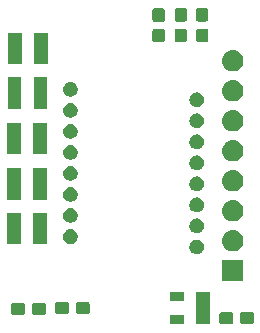
<source format=gbr>
G04 #@! TF.GenerationSoftware,KiCad,Pcbnew,5.1.4-e60b266~84~ubuntu18.04.1*
G04 #@! TF.CreationDate,2019-09-04T17:21:52+01:00*
G04 #@! TF.ProjectId,optical_sensor_daughter_board,6f707469-6361-46c5-9f73-656e736f725f,rev?*
G04 #@! TF.SameCoordinates,Original*
G04 #@! TF.FileFunction,Soldermask,Top*
G04 #@! TF.FilePolarity,Negative*
%FSLAX46Y46*%
G04 Gerber Fmt 4.6, Leading zero omitted, Abs format (unit mm)*
G04 Created by KiCad (PCBNEW 5.1.4-e60b266~84~ubuntu18.04.1) date 2019-09-04 17:21:52*
%MOMM*%
%LPD*%
G04 APERTURE LIST*
%ADD10C,0.100000*%
G04 APERTURE END LIST*
D10*
G36*
X145564499Y-109528445D02*
G01*
X145601995Y-109539820D01*
X145636554Y-109558292D01*
X145666847Y-109583153D01*
X145691708Y-109613446D01*
X145710180Y-109648005D01*
X145721555Y-109685501D01*
X145726000Y-109730638D01*
X145726000Y-110369362D01*
X145721555Y-110414499D01*
X145710180Y-110451995D01*
X145691708Y-110486554D01*
X145666847Y-110516847D01*
X145636554Y-110541708D01*
X145601995Y-110560180D01*
X145564499Y-110571555D01*
X145519362Y-110576000D01*
X144780638Y-110576000D01*
X144735501Y-110571555D01*
X144698005Y-110560180D01*
X144663446Y-110541708D01*
X144633153Y-110516847D01*
X144608292Y-110486554D01*
X144589820Y-110451995D01*
X144578445Y-110414499D01*
X144574000Y-110369362D01*
X144574000Y-109730638D01*
X144578445Y-109685501D01*
X144589820Y-109648005D01*
X144608292Y-109613446D01*
X144633153Y-109583153D01*
X144663446Y-109558292D01*
X144698005Y-109539820D01*
X144735501Y-109528445D01*
X144780638Y-109524000D01*
X145519362Y-109524000D01*
X145564499Y-109528445D01*
X145564499Y-109528445D01*
G37*
G36*
X143814499Y-109528445D02*
G01*
X143851995Y-109539820D01*
X143886554Y-109558292D01*
X143916847Y-109583153D01*
X143941708Y-109613446D01*
X143960180Y-109648005D01*
X143971555Y-109685501D01*
X143976000Y-109730638D01*
X143976000Y-110369362D01*
X143971555Y-110414499D01*
X143960180Y-110451995D01*
X143941708Y-110486554D01*
X143916847Y-110516847D01*
X143886554Y-110541708D01*
X143851995Y-110560180D01*
X143814499Y-110571555D01*
X143769362Y-110576000D01*
X143030638Y-110576000D01*
X142985501Y-110571555D01*
X142948005Y-110560180D01*
X142913446Y-110541708D01*
X142883153Y-110516847D01*
X142858292Y-110486554D01*
X142839820Y-110451995D01*
X142828445Y-110414499D01*
X142824000Y-110369362D01*
X142824000Y-109730638D01*
X142828445Y-109685501D01*
X142839820Y-109648005D01*
X142858292Y-109613446D01*
X142883153Y-109583153D01*
X142913446Y-109558292D01*
X142948005Y-109539820D01*
X142985501Y-109528445D01*
X143030638Y-109524000D01*
X143769362Y-109524000D01*
X143814499Y-109528445D01*
X143814499Y-109528445D01*
G37*
G36*
X139831000Y-110501000D02*
G01*
X138669000Y-110501000D01*
X138669000Y-109749000D01*
X139831000Y-109749000D01*
X139831000Y-110501000D01*
X139831000Y-110501000D01*
G37*
G36*
X142031000Y-110501000D02*
G01*
X140869000Y-110501000D01*
X140869000Y-107849000D01*
X142031000Y-107849000D01*
X142031000Y-110501000D01*
X142031000Y-110501000D01*
G37*
G36*
X127939499Y-108728445D02*
G01*
X127976995Y-108739820D01*
X128011554Y-108758292D01*
X128041847Y-108783153D01*
X128066708Y-108813446D01*
X128085180Y-108848005D01*
X128096555Y-108885501D01*
X128101000Y-108930638D01*
X128101000Y-109569362D01*
X128096555Y-109614499D01*
X128085180Y-109651995D01*
X128066708Y-109686554D01*
X128041847Y-109716847D01*
X128011554Y-109741708D01*
X127976995Y-109760180D01*
X127939499Y-109771555D01*
X127894362Y-109776000D01*
X127155638Y-109776000D01*
X127110501Y-109771555D01*
X127073005Y-109760180D01*
X127038446Y-109741708D01*
X127008153Y-109716847D01*
X126983292Y-109686554D01*
X126964820Y-109651995D01*
X126953445Y-109614499D01*
X126949000Y-109569362D01*
X126949000Y-108930638D01*
X126953445Y-108885501D01*
X126964820Y-108848005D01*
X126983292Y-108813446D01*
X127008153Y-108783153D01*
X127038446Y-108758292D01*
X127073005Y-108739820D01*
X127110501Y-108728445D01*
X127155638Y-108724000D01*
X127894362Y-108724000D01*
X127939499Y-108728445D01*
X127939499Y-108728445D01*
G37*
G36*
X126189499Y-108728445D02*
G01*
X126226995Y-108739820D01*
X126261554Y-108758292D01*
X126291847Y-108783153D01*
X126316708Y-108813446D01*
X126335180Y-108848005D01*
X126346555Y-108885501D01*
X126351000Y-108930638D01*
X126351000Y-109569362D01*
X126346555Y-109614499D01*
X126335180Y-109651995D01*
X126316708Y-109686554D01*
X126291847Y-109716847D01*
X126261554Y-109741708D01*
X126226995Y-109760180D01*
X126189499Y-109771555D01*
X126144362Y-109776000D01*
X125405638Y-109776000D01*
X125360501Y-109771555D01*
X125323005Y-109760180D01*
X125288446Y-109741708D01*
X125258153Y-109716847D01*
X125233292Y-109686554D01*
X125214820Y-109651995D01*
X125203445Y-109614499D01*
X125199000Y-109569362D01*
X125199000Y-108930638D01*
X125203445Y-108885501D01*
X125214820Y-108848005D01*
X125233292Y-108813446D01*
X125258153Y-108783153D01*
X125288446Y-108758292D01*
X125323005Y-108739820D01*
X125360501Y-108728445D01*
X125405638Y-108724000D01*
X126144362Y-108724000D01*
X126189499Y-108728445D01*
X126189499Y-108728445D01*
G37*
G36*
X131664499Y-108653445D02*
G01*
X131701995Y-108664820D01*
X131736554Y-108683292D01*
X131766847Y-108708153D01*
X131791708Y-108738446D01*
X131810180Y-108773005D01*
X131821555Y-108810501D01*
X131826000Y-108855638D01*
X131826000Y-109494362D01*
X131821555Y-109539499D01*
X131810180Y-109576995D01*
X131791708Y-109611554D01*
X131766847Y-109641847D01*
X131736554Y-109666708D01*
X131701995Y-109685180D01*
X131664499Y-109696555D01*
X131619362Y-109701000D01*
X130880638Y-109701000D01*
X130835501Y-109696555D01*
X130798005Y-109685180D01*
X130763446Y-109666708D01*
X130733153Y-109641847D01*
X130708292Y-109611554D01*
X130689820Y-109576995D01*
X130678445Y-109539499D01*
X130674000Y-109494362D01*
X130674000Y-108855638D01*
X130678445Y-108810501D01*
X130689820Y-108773005D01*
X130708292Y-108738446D01*
X130733153Y-108708153D01*
X130763446Y-108683292D01*
X130798005Y-108664820D01*
X130835501Y-108653445D01*
X130880638Y-108649000D01*
X131619362Y-108649000D01*
X131664499Y-108653445D01*
X131664499Y-108653445D01*
G37*
G36*
X129914499Y-108653445D02*
G01*
X129951995Y-108664820D01*
X129986554Y-108683292D01*
X130016847Y-108708153D01*
X130041708Y-108738446D01*
X130060180Y-108773005D01*
X130071555Y-108810501D01*
X130076000Y-108855638D01*
X130076000Y-109494362D01*
X130071555Y-109539499D01*
X130060180Y-109576995D01*
X130041708Y-109611554D01*
X130016847Y-109641847D01*
X129986554Y-109666708D01*
X129951995Y-109685180D01*
X129914499Y-109696555D01*
X129869362Y-109701000D01*
X129130638Y-109701000D01*
X129085501Y-109696555D01*
X129048005Y-109685180D01*
X129013446Y-109666708D01*
X128983153Y-109641847D01*
X128958292Y-109611554D01*
X128939820Y-109576995D01*
X128928445Y-109539499D01*
X128924000Y-109494362D01*
X128924000Y-108855638D01*
X128928445Y-108810501D01*
X128939820Y-108773005D01*
X128958292Y-108738446D01*
X128983153Y-108708153D01*
X129013446Y-108683292D01*
X129048005Y-108664820D01*
X129085501Y-108653445D01*
X129130638Y-108649000D01*
X129869362Y-108649000D01*
X129914499Y-108653445D01*
X129914499Y-108653445D01*
G37*
G36*
X139831000Y-108601000D02*
G01*
X138669000Y-108601000D01*
X138669000Y-107849000D01*
X139831000Y-107849000D01*
X139831000Y-108601000D01*
X139831000Y-108601000D01*
G37*
G36*
X144851000Y-106926000D02*
G01*
X143049000Y-106926000D01*
X143049000Y-105124000D01*
X144851000Y-105124000D01*
X144851000Y-106926000D01*
X144851000Y-106926000D01*
G37*
G36*
X141082597Y-103408056D02*
G01*
X141196521Y-103455245D01*
X141196522Y-103455246D01*
X141299052Y-103523754D01*
X141386246Y-103610948D01*
X141386247Y-103610950D01*
X141454755Y-103713479D01*
X141501944Y-103827403D01*
X141526000Y-103948343D01*
X141526000Y-104071657D01*
X141501944Y-104192597D01*
X141454755Y-104306521D01*
X141454754Y-104306522D01*
X141386246Y-104409052D01*
X141299052Y-104496246D01*
X141247438Y-104530733D01*
X141196521Y-104564755D01*
X141082597Y-104611944D01*
X140961657Y-104636000D01*
X140838343Y-104636000D01*
X140717403Y-104611944D01*
X140603479Y-104564755D01*
X140552562Y-104530733D01*
X140500948Y-104496246D01*
X140413754Y-104409052D01*
X140345246Y-104306522D01*
X140345245Y-104306521D01*
X140298056Y-104192597D01*
X140274000Y-104071657D01*
X140274000Y-103948343D01*
X140298056Y-103827403D01*
X140345245Y-103713479D01*
X140413753Y-103610950D01*
X140413754Y-103610948D01*
X140500948Y-103523754D01*
X140603478Y-103455246D01*
X140603479Y-103455245D01*
X140717403Y-103408056D01*
X140838343Y-103384000D01*
X140961657Y-103384000D01*
X141082597Y-103408056D01*
X141082597Y-103408056D01*
G37*
G36*
X144060443Y-102590519D02*
G01*
X144126627Y-102597037D01*
X144296466Y-102648557D01*
X144452991Y-102732222D01*
X144488729Y-102761552D01*
X144590186Y-102844814D01*
X144666171Y-102937403D01*
X144702778Y-102982009D01*
X144786443Y-103138534D01*
X144837963Y-103308373D01*
X144855359Y-103485000D01*
X144837963Y-103661627D01*
X144786443Y-103831466D01*
X144702778Y-103987991D01*
X144673448Y-104023729D01*
X144590186Y-104125186D01*
X144508044Y-104192597D01*
X144452991Y-104237778D01*
X144296466Y-104321443D01*
X144126627Y-104372963D01*
X144060442Y-104379482D01*
X143994260Y-104386000D01*
X143905740Y-104386000D01*
X143839558Y-104379482D01*
X143773373Y-104372963D01*
X143603534Y-104321443D01*
X143447009Y-104237778D01*
X143391956Y-104192597D01*
X143309814Y-104125186D01*
X143226552Y-104023729D01*
X143197222Y-103987991D01*
X143113557Y-103831466D01*
X143062037Y-103661627D01*
X143044641Y-103485000D01*
X143062037Y-103308373D01*
X143113557Y-103138534D01*
X143197222Y-102982009D01*
X143233829Y-102937403D01*
X143309814Y-102844814D01*
X143411271Y-102761552D01*
X143447009Y-102732222D01*
X143603534Y-102648557D01*
X143773373Y-102597037D01*
X143839557Y-102590519D01*
X143905740Y-102584000D01*
X143994260Y-102584000D01*
X144060443Y-102590519D01*
X144060443Y-102590519D01*
G37*
G36*
X128181000Y-103801000D02*
G01*
X127019000Y-103801000D01*
X127019000Y-101149000D01*
X128181000Y-101149000D01*
X128181000Y-103801000D01*
X128181000Y-103801000D01*
G37*
G36*
X125981000Y-103801000D02*
G01*
X124819000Y-103801000D01*
X124819000Y-101149000D01*
X125981000Y-101149000D01*
X125981000Y-103801000D01*
X125981000Y-103801000D01*
G37*
G36*
X130382597Y-102518056D02*
G01*
X130496521Y-102565245D01*
X130544101Y-102597037D01*
X130599052Y-102633754D01*
X130686246Y-102720948D01*
X130686247Y-102720950D01*
X130754755Y-102823479D01*
X130801944Y-102937403D01*
X130826000Y-103058343D01*
X130826000Y-103181657D01*
X130801944Y-103302597D01*
X130754755Y-103416521D01*
X130754754Y-103416522D01*
X130686246Y-103519052D01*
X130599052Y-103606246D01*
X130547438Y-103640733D01*
X130496521Y-103674755D01*
X130382597Y-103721944D01*
X130261657Y-103746000D01*
X130138343Y-103746000D01*
X130017403Y-103721944D01*
X129903479Y-103674755D01*
X129852562Y-103640733D01*
X129800948Y-103606246D01*
X129713754Y-103519052D01*
X129645246Y-103416522D01*
X129645245Y-103416521D01*
X129598056Y-103302597D01*
X129574000Y-103181657D01*
X129574000Y-103058343D01*
X129598056Y-102937403D01*
X129645245Y-102823479D01*
X129713753Y-102720950D01*
X129713754Y-102720948D01*
X129800948Y-102633754D01*
X129855899Y-102597037D01*
X129903479Y-102565245D01*
X130017403Y-102518056D01*
X130138343Y-102494000D01*
X130261657Y-102494000D01*
X130382597Y-102518056D01*
X130382597Y-102518056D01*
G37*
G36*
X141082597Y-101628056D02*
G01*
X141196521Y-101675245D01*
X141196522Y-101675246D01*
X141299052Y-101743754D01*
X141386246Y-101830948D01*
X141386247Y-101830950D01*
X141454755Y-101933479D01*
X141501944Y-102047403D01*
X141526000Y-102168343D01*
X141526000Y-102291657D01*
X141501944Y-102412597D01*
X141454755Y-102526521D01*
X141454754Y-102526522D01*
X141386246Y-102629052D01*
X141299052Y-102716246D01*
X141275142Y-102732222D01*
X141196521Y-102784755D01*
X141082597Y-102831944D01*
X140961657Y-102856000D01*
X140838343Y-102856000D01*
X140717403Y-102831944D01*
X140603479Y-102784755D01*
X140524858Y-102732222D01*
X140500948Y-102716246D01*
X140413754Y-102629052D01*
X140345246Y-102526522D01*
X140345245Y-102526521D01*
X140298056Y-102412597D01*
X140274000Y-102291657D01*
X140274000Y-102168343D01*
X140298056Y-102047403D01*
X140345245Y-101933479D01*
X140413753Y-101830950D01*
X140413754Y-101830948D01*
X140500948Y-101743754D01*
X140603478Y-101675246D01*
X140603479Y-101675245D01*
X140717403Y-101628056D01*
X140838343Y-101604000D01*
X140961657Y-101604000D01*
X141082597Y-101628056D01*
X141082597Y-101628056D01*
G37*
G36*
X130382597Y-100738056D02*
G01*
X130496521Y-100785245D01*
X130496522Y-100785246D01*
X130599052Y-100853754D01*
X130686246Y-100940948D01*
X130686247Y-100940950D01*
X130754755Y-101043479D01*
X130801944Y-101157403D01*
X130826000Y-101278343D01*
X130826000Y-101401657D01*
X130801944Y-101522597D01*
X130754755Y-101636521D01*
X130754754Y-101636522D01*
X130686246Y-101739052D01*
X130599052Y-101826246D01*
X130588999Y-101832963D01*
X130496521Y-101894755D01*
X130382597Y-101941944D01*
X130261657Y-101966000D01*
X130138343Y-101966000D01*
X130017403Y-101941944D01*
X129903479Y-101894755D01*
X129811001Y-101832963D01*
X129800948Y-101826246D01*
X129713754Y-101739052D01*
X129645246Y-101636522D01*
X129645245Y-101636521D01*
X129598056Y-101522597D01*
X129574000Y-101401657D01*
X129574000Y-101278343D01*
X129598056Y-101157403D01*
X129645245Y-101043479D01*
X129713753Y-100940950D01*
X129713754Y-100940948D01*
X129800948Y-100853754D01*
X129903478Y-100785246D01*
X129903479Y-100785245D01*
X130017403Y-100738056D01*
X130138343Y-100714000D01*
X130261657Y-100714000D01*
X130382597Y-100738056D01*
X130382597Y-100738056D01*
G37*
G36*
X144060442Y-100050518D02*
G01*
X144126627Y-100057037D01*
X144296466Y-100108557D01*
X144452991Y-100192222D01*
X144488729Y-100221552D01*
X144590186Y-100304814D01*
X144658735Y-100388343D01*
X144702778Y-100442009D01*
X144786443Y-100598534D01*
X144837963Y-100768373D01*
X144855359Y-100945000D01*
X144837963Y-101121627D01*
X144786443Y-101291466D01*
X144702778Y-101447991D01*
X144673448Y-101483729D01*
X144590186Y-101585186D01*
X144488729Y-101668448D01*
X144452991Y-101697778D01*
X144452989Y-101697779D01*
X144366979Y-101743753D01*
X144296466Y-101781443D01*
X144126627Y-101832963D01*
X144060442Y-101839482D01*
X143994260Y-101846000D01*
X143905740Y-101846000D01*
X143839558Y-101839482D01*
X143773373Y-101832963D01*
X143603534Y-101781443D01*
X143533022Y-101743753D01*
X143447011Y-101697779D01*
X143447009Y-101697778D01*
X143411271Y-101668448D01*
X143309814Y-101585186D01*
X143226552Y-101483729D01*
X143197222Y-101447991D01*
X143113557Y-101291466D01*
X143062037Y-101121627D01*
X143044641Y-100945000D01*
X143062037Y-100768373D01*
X143113557Y-100598534D01*
X143197222Y-100442009D01*
X143241265Y-100388343D01*
X143309814Y-100304814D01*
X143411271Y-100221552D01*
X143447009Y-100192222D01*
X143603534Y-100108557D01*
X143773373Y-100057037D01*
X143839557Y-100050519D01*
X143905740Y-100044000D01*
X143994260Y-100044000D01*
X144060442Y-100050518D01*
X144060442Y-100050518D01*
G37*
G36*
X141082597Y-99848056D02*
G01*
X141196521Y-99895245D01*
X141196522Y-99895246D01*
X141299052Y-99963754D01*
X141386246Y-100050948D01*
X141420733Y-100102562D01*
X141454755Y-100153479D01*
X141501944Y-100267403D01*
X141526000Y-100388343D01*
X141526000Y-100511657D01*
X141501944Y-100632597D01*
X141454755Y-100746521D01*
X141428880Y-100785245D01*
X141386246Y-100849052D01*
X141299052Y-100936246D01*
X141247438Y-100970733D01*
X141196521Y-101004755D01*
X141082597Y-101051944D01*
X140961657Y-101076000D01*
X140838343Y-101076000D01*
X140717403Y-101051944D01*
X140603479Y-101004755D01*
X140552562Y-100970733D01*
X140500948Y-100936246D01*
X140413754Y-100849052D01*
X140371120Y-100785245D01*
X140345245Y-100746521D01*
X140298056Y-100632597D01*
X140274000Y-100511657D01*
X140274000Y-100388343D01*
X140298056Y-100267403D01*
X140345245Y-100153479D01*
X140379267Y-100102562D01*
X140413754Y-100050948D01*
X140500948Y-99963754D01*
X140603478Y-99895246D01*
X140603479Y-99895245D01*
X140717403Y-99848056D01*
X140838343Y-99824000D01*
X140961657Y-99824000D01*
X141082597Y-99848056D01*
X141082597Y-99848056D01*
G37*
G36*
X130382597Y-98958056D02*
G01*
X130496521Y-99005245D01*
X130496522Y-99005246D01*
X130599052Y-99073754D01*
X130686246Y-99160948D01*
X130686247Y-99160950D01*
X130754755Y-99263479D01*
X130801944Y-99377403D01*
X130826000Y-99498343D01*
X130826000Y-99621657D01*
X130801944Y-99742597D01*
X130754755Y-99856521D01*
X130754754Y-99856522D01*
X130686246Y-99959052D01*
X130599052Y-100046246D01*
X130582902Y-100057037D01*
X130496521Y-100114755D01*
X130382597Y-100161944D01*
X130261657Y-100186000D01*
X130138343Y-100186000D01*
X130017403Y-100161944D01*
X129903479Y-100114755D01*
X129817098Y-100057037D01*
X129800948Y-100046246D01*
X129713754Y-99959052D01*
X129645246Y-99856522D01*
X129645245Y-99856521D01*
X129598056Y-99742597D01*
X129574000Y-99621657D01*
X129574000Y-99498343D01*
X129598056Y-99377403D01*
X129645245Y-99263479D01*
X129713753Y-99160950D01*
X129713754Y-99160948D01*
X129800948Y-99073754D01*
X129903478Y-99005246D01*
X129903479Y-99005245D01*
X130017403Y-98958056D01*
X130138343Y-98934000D01*
X130261657Y-98934000D01*
X130382597Y-98958056D01*
X130382597Y-98958056D01*
G37*
G36*
X125981000Y-100001000D02*
G01*
X124819000Y-100001000D01*
X124819000Y-97349000D01*
X125981000Y-97349000D01*
X125981000Y-100001000D01*
X125981000Y-100001000D01*
G37*
G36*
X128181000Y-100001000D02*
G01*
X127019000Y-100001000D01*
X127019000Y-97349000D01*
X128181000Y-97349000D01*
X128181000Y-100001000D01*
X128181000Y-100001000D01*
G37*
G36*
X144060442Y-97510518D02*
G01*
X144126627Y-97517037D01*
X144296466Y-97568557D01*
X144452991Y-97652222D01*
X144488729Y-97681552D01*
X144590186Y-97764814D01*
X144653248Y-97841657D01*
X144702778Y-97902009D01*
X144786443Y-98058534D01*
X144837963Y-98228373D01*
X144855359Y-98405000D01*
X144837963Y-98581627D01*
X144786443Y-98751466D01*
X144702778Y-98907991D01*
X144681433Y-98934000D01*
X144590186Y-99045186D01*
X144488729Y-99128448D01*
X144452991Y-99157778D01*
X144296466Y-99241443D01*
X144126627Y-99292963D01*
X144060442Y-99299482D01*
X143994260Y-99306000D01*
X143905740Y-99306000D01*
X143839557Y-99299481D01*
X143773373Y-99292963D01*
X143603534Y-99241443D01*
X143447009Y-99157778D01*
X143411271Y-99128448D01*
X143309814Y-99045186D01*
X143218567Y-98934000D01*
X143197222Y-98907991D01*
X143113557Y-98751466D01*
X143062037Y-98581627D01*
X143044641Y-98405000D01*
X143062037Y-98228373D01*
X143113557Y-98058534D01*
X143197222Y-97902009D01*
X143246752Y-97841657D01*
X143309814Y-97764814D01*
X143411271Y-97681552D01*
X143447009Y-97652222D01*
X143603534Y-97568557D01*
X143773373Y-97517037D01*
X143839557Y-97510519D01*
X143905740Y-97504000D01*
X143994260Y-97504000D01*
X144060442Y-97510518D01*
X144060442Y-97510518D01*
G37*
G36*
X141082597Y-98068056D02*
G01*
X141196521Y-98115245D01*
X141196522Y-98115246D01*
X141299052Y-98183754D01*
X141386246Y-98270948D01*
X141420733Y-98322562D01*
X141454755Y-98373479D01*
X141501944Y-98487403D01*
X141526000Y-98608343D01*
X141526000Y-98731657D01*
X141501944Y-98852597D01*
X141454755Y-98966521D01*
X141454754Y-98966522D01*
X141386246Y-99069052D01*
X141299052Y-99156246D01*
X141247438Y-99190733D01*
X141196521Y-99224755D01*
X141082597Y-99271944D01*
X140961657Y-99296000D01*
X140838343Y-99296000D01*
X140717403Y-99271944D01*
X140603479Y-99224755D01*
X140552562Y-99190733D01*
X140500948Y-99156246D01*
X140413754Y-99069052D01*
X140345246Y-98966522D01*
X140345245Y-98966521D01*
X140298056Y-98852597D01*
X140274000Y-98731657D01*
X140274000Y-98608343D01*
X140298056Y-98487403D01*
X140345245Y-98373479D01*
X140379267Y-98322562D01*
X140413754Y-98270948D01*
X140500948Y-98183754D01*
X140603478Y-98115246D01*
X140603479Y-98115245D01*
X140717403Y-98068056D01*
X140838343Y-98044000D01*
X140961657Y-98044000D01*
X141082597Y-98068056D01*
X141082597Y-98068056D01*
G37*
G36*
X130382597Y-97178056D02*
G01*
X130496521Y-97225245D01*
X130496522Y-97225246D01*
X130599052Y-97293754D01*
X130686246Y-97380948D01*
X130686247Y-97380950D01*
X130754755Y-97483479D01*
X130801944Y-97597403D01*
X130826000Y-97718343D01*
X130826000Y-97841657D01*
X130801944Y-97962597D01*
X130754755Y-98076521D01*
X130728880Y-98115245D01*
X130686246Y-98179052D01*
X130599052Y-98266246D01*
X130550032Y-98299000D01*
X130496521Y-98334755D01*
X130382597Y-98381944D01*
X130261657Y-98406000D01*
X130138343Y-98406000D01*
X130017403Y-98381944D01*
X129903479Y-98334755D01*
X129849968Y-98299000D01*
X129800948Y-98266246D01*
X129713754Y-98179052D01*
X129671120Y-98115245D01*
X129645245Y-98076521D01*
X129598056Y-97962597D01*
X129574000Y-97841657D01*
X129574000Y-97718343D01*
X129598056Y-97597403D01*
X129645245Y-97483479D01*
X129713753Y-97380950D01*
X129713754Y-97380948D01*
X129800948Y-97293754D01*
X129903478Y-97225246D01*
X129903479Y-97225245D01*
X130017403Y-97178056D01*
X130138343Y-97154000D01*
X130261657Y-97154000D01*
X130382597Y-97178056D01*
X130382597Y-97178056D01*
G37*
G36*
X141082597Y-96288056D02*
G01*
X141196521Y-96335245D01*
X141196522Y-96335246D01*
X141299052Y-96403754D01*
X141386246Y-96490948D01*
X141386247Y-96490950D01*
X141454755Y-96593479D01*
X141501944Y-96707403D01*
X141526000Y-96828343D01*
X141526000Y-96951657D01*
X141501944Y-97072597D01*
X141454755Y-97186521D01*
X141454754Y-97186522D01*
X141386246Y-97289052D01*
X141299052Y-97376246D01*
X141247438Y-97410733D01*
X141196521Y-97444755D01*
X141082597Y-97491944D01*
X140961657Y-97516000D01*
X140838343Y-97516000D01*
X140717403Y-97491944D01*
X140603479Y-97444755D01*
X140552562Y-97410733D01*
X140500948Y-97376246D01*
X140413754Y-97289052D01*
X140345246Y-97186522D01*
X140345245Y-97186521D01*
X140298056Y-97072597D01*
X140274000Y-96951657D01*
X140274000Y-96828343D01*
X140298056Y-96707403D01*
X140345245Y-96593479D01*
X140413753Y-96490950D01*
X140413754Y-96490948D01*
X140500948Y-96403754D01*
X140603478Y-96335246D01*
X140603479Y-96335245D01*
X140717403Y-96288056D01*
X140838343Y-96264000D01*
X140961657Y-96264000D01*
X141082597Y-96288056D01*
X141082597Y-96288056D01*
G37*
G36*
X144060442Y-94970518D02*
G01*
X144126627Y-94977037D01*
X144296466Y-95028557D01*
X144452991Y-95112222D01*
X144488729Y-95141552D01*
X144590186Y-95224814D01*
X144645813Y-95292597D01*
X144702778Y-95362009D01*
X144702779Y-95362011D01*
X144783888Y-95513753D01*
X144786443Y-95518534D01*
X144837963Y-95688373D01*
X144855359Y-95865000D01*
X144837963Y-96041627D01*
X144786443Y-96211466D01*
X144702778Y-96367991D01*
X144677288Y-96399050D01*
X144590186Y-96505186D01*
X144488729Y-96588448D01*
X144452991Y-96617778D01*
X144296466Y-96701443D01*
X144126627Y-96752963D01*
X144060443Y-96759481D01*
X143994260Y-96766000D01*
X143905740Y-96766000D01*
X143839557Y-96759481D01*
X143773373Y-96752963D01*
X143603534Y-96701443D01*
X143447009Y-96617778D01*
X143411271Y-96588448D01*
X143309814Y-96505186D01*
X143222712Y-96399050D01*
X143197222Y-96367991D01*
X143113557Y-96211466D01*
X143062037Y-96041627D01*
X143044641Y-95865000D01*
X143062037Y-95688373D01*
X143113557Y-95518534D01*
X143116113Y-95513753D01*
X143197221Y-95362011D01*
X143197222Y-95362009D01*
X143254187Y-95292597D01*
X143309814Y-95224814D01*
X143411271Y-95141552D01*
X143447009Y-95112222D01*
X143603534Y-95028557D01*
X143773373Y-94977037D01*
X143839558Y-94970518D01*
X143905740Y-94964000D01*
X143994260Y-94964000D01*
X144060442Y-94970518D01*
X144060442Y-94970518D01*
G37*
G36*
X130382597Y-95398056D02*
G01*
X130496521Y-95445245D01*
X130496522Y-95445246D01*
X130599052Y-95513754D01*
X130686246Y-95600948D01*
X130686247Y-95600950D01*
X130754755Y-95703479D01*
X130801944Y-95817403D01*
X130826000Y-95938343D01*
X130826000Y-96061657D01*
X130801944Y-96182597D01*
X130754755Y-96296521D01*
X130754754Y-96296522D01*
X130686246Y-96399052D01*
X130599052Y-96486246D01*
X130570706Y-96505186D01*
X130496521Y-96554755D01*
X130382597Y-96601944D01*
X130261657Y-96626000D01*
X130138343Y-96626000D01*
X130017403Y-96601944D01*
X129903479Y-96554755D01*
X129829294Y-96505186D01*
X129800948Y-96486246D01*
X129713754Y-96399052D01*
X129645246Y-96296522D01*
X129645245Y-96296521D01*
X129598056Y-96182597D01*
X129574000Y-96061657D01*
X129574000Y-95938343D01*
X129598056Y-95817403D01*
X129645245Y-95703479D01*
X129713753Y-95600950D01*
X129713754Y-95600948D01*
X129800948Y-95513754D01*
X129903478Y-95445246D01*
X129903479Y-95445245D01*
X130017403Y-95398056D01*
X130138343Y-95374000D01*
X130261657Y-95374000D01*
X130382597Y-95398056D01*
X130382597Y-95398056D01*
G37*
G36*
X126006000Y-96151000D02*
G01*
X124844000Y-96151000D01*
X124844000Y-93499000D01*
X126006000Y-93499000D01*
X126006000Y-96151000D01*
X126006000Y-96151000D01*
G37*
G36*
X128206000Y-96151000D02*
G01*
X127044000Y-96151000D01*
X127044000Y-93499000D01*
X128206000Y-93499000D01*
X128206000Y-96151000D01*
X128206000Y-96151000D01*
G37*
G36*
X141082597Y-94508056D02*
G01*
X141196521Y-94555245D01*
X141196522Y-94555246D01*
X141299052Y-94623754D01*
X141386246Y-94710948D01*
X141386247Y-94710950D01*
X141454755Y-94813479D01*
X141501944Y-94927403D01*
X141526000Y-95048343D01*
X141526000Y-95171657D01*
X141501944Y-95292597D01*
X141454755Y-95406521D01*
X141454754Y-95406522D01*
X141386246Y-95509052D01*
X141299052Y-95596246D01*
X141247438Y-95630733D01*
X141196521Y-95664755D01*
X141082597Y-95711944D01*
X140961657Y-95736000D01*
X140838343Y-95736000D01*
X140717403Y-95711944D01*
X140603479Y-95664755D01*
X140552562Y-95630733D01*
X140500948Y-95596246D01*
X140413754Y-95509052D01*
X140345246Y-95406522D01*
X140345245Y-95406521D01*
X140298056Y-95292597D01*
X140274000Y-95171657D01*
X140274000Y-95048343D01*
X140298056Y-94927403D01*
X140345245Y-94813479D01*
X140413753Y-94710950D01*
X140413754Y-94710948D01*
X140500948Y-94623754D01*
X140603478Y-94555246D01*
X140603479Y-94555245D01*
X140717403Y-94508056D01*
X140838343Y-94484000D01*
X140961657Y-94484000D01*
X141082597Y-94508056D01*
X141082597Y-94508056D01*
G37*
G36*
X130382597Y-93618056D02*
G01*
X130496521Y-93665245D01*
X130496522Y-93665246D01*
X130599052Y-93733754D01*
X130686246Y-93820948D01*
X130690952Y-93827991D01*
X130754755Y-93923479D01*
X130801944Y-94037403D01*
X130826000Y-94158343D01*
X130826000Y-94281657D01*
X130801944Y-94402597D01*
X130754755Y-94516521D01*
X130754754Y-94516522D01*
X130686246Y-94619052D01*
X130599052Y-94706246D01*
X130547438Y-94740733D01*
X130496521Y-94774755D01*
X130382597Y-94821944D01*
X130261657Y-94846000D01*
X130138343Y-94846000D01*
X130017403Y-94821944D01*
X129903479Y-94774755D01*
X129852562Y-94740733D01*
X129800948Y-94706246D01*
X129713754Y-94619052D01*
X129645246Y-94516522D01*
X129645245Y-94516521D01*
X129598056Y-94402597D01*
X129574000Y-94281657D01*
X129574000Y-94158343D01*
X129598056Y-94037403D01*
X129645245Y-93923479D01*
X129709048Y-93827991D01*
X129713754Y-93820948D01*
X129800948Y-93733754D01*
X129903478Y-93665246D01*
X129903479Y-93665245D01*
X130017403Y-93618056D01*
X130138343Y-93594000D01*
X130261657Y-93594000D01*
X130382597Y-93618056D01*
X130382597Y-93618056D01*
G37*
G36*
X144060443Y-92430519D02*
G01*
X144126627Y-92437037D01*
X144296466Y-92488557D01*
X144452991Y-92572222D01*
X144488729Y-92601552D01*
X144590186Y-92684814D01*
X144673448Y-92786271D01*
X144702778Y-92822009D01*
X144786443Y-92978534D01*
X144837963Y-93148373D01*
X144855359Y-93325000D01*
X144837963Y-93501627D01*
X144786443Y-93671466D01*
X144702778Y-93827991D01*
X144673448Y-93863729D01*
X144590186Y-93965186D01*
X144502188Y-94037403D01*
X144452991Y-94077778D01*
X144296466Y-94161443D01*
X144126627Y-94212963D01*
X144060442Y-94219482D01*
X143994260Y-94226000D01*
X143905740Y-94226000D01*
X143839558Y-94219482D01*
X143773373Y-94212963D01*
X143603534Y-94161443D01*
X143447009Y-94077778D01*
X143397812Y-94037403D01*
X143309814Y-93965186D01*
X143226552Y-93863729D01*
X143197222Y-93827991D01*
X143113557Y-93671466D01*
X143062037Y-93501627D01*
X143044641Y-93325000D01*
X143062037Y-93148373D01*
X143113557Y-92978534D01*
X143197222Y-92822009D01*
X143226552Y-92786271D01*
X143309814Y-92684814D01*
X143411271Y-92601552D01*
X143447009Y-92572222D01*
X143603534Y-92488557D01*
X143773373Y-92437037D01*
X143839557Y-92430519D01*
X143905740Y-92424000D01*
X143994260Y-92424000D01*
X144060443Y-92430519D01*
X144060443Y-92430519D01*
G37*
G36*
X141082597Y-92728056D02*
G01*
X141196521Y-92775245D01*
X141196522Y-92775246D01*
X141299052Y-92843754D01*
X141386246Y-92930948D01*
X141386247Y-92930950D01*
X141454755Y-93033479D01*
X141501944Y-93147403D01*
X141526000Y-93268343D01*
X141526000Y-93391657D01*
X141501944Y-93512597D01*
X141454755Y-93626521D01*
X141454754Y-93626522D01*
X141386246Y-93729052D01*
X141299052Y-93816246D01*
X141281477Y-93827989D01*
X141196521Y-93884755D01*
X141082597Y-93931944D01*
X140961657Y-93956000D01*
X140838343Y-93956000D01*
X140717403Y-93931944D01*
X140603479Y-93884755D01*
X140518523Y-93827989D01*
X140500948Y-93816246D01*
X140413754Y-93729052D01*
X140345246Y-93626522D01*
X140345245Y-93626521D01*
X140298056Y-93512597D01*
X140274000Y-93391657D01*
X140274000Y-93268343D01*
X140298056Y-93147403D01*
X140345245Y-93033479D01*
X140413753Y-92930950D01*
X140413754Y-92930948D01*
X140500948Y-92843754D01*
X140603478Y-92775246D01*
X140603479Y-92775245D01*
X140717403Y-92728056D01*
X140838343Y-92704000D01*
X140961657Y-92704000D01*
X141082597Y-92728056D01*
X141082597Y-92728056D01*
G37*
G36*
X130382597Y-91838056D02*
G01*
X130496521Y-91885245D01*
X130496522Y-91885246D01*
X130599052Y-91953754D01*
X130686246Y-92040948D01*
X130686247Y-92040950D01*
X130754755Y-92143479D01*
X130801944Y-92257403D01*
X130826000Y-92378343D01*
X130826000Y-92501657D01*
X130801944Y-92622597D01*
X130754755Y-92736521D01*
X130754754Y-92736522D01*
X130686246Y-92839052D01*
X130599052Y-92926246D01*
X130547438Y-92960733D01*
X130496521Y-92994755D01*
X130382597Y-93041944D01*
X130261657Y-93066000D01*
X130138343Y-93066000D01*
X130017403Y-93041944D01*
X129903479Y-92994755D01*
X129852562Y-92960733D01*
X129800948Y-92926246D01*
X129713754Y-92839052D01*
X129645246Y-92736522D01*
X129645245Y-92736521D01*
X129598056Y-92622597D01*
X129574000Y-92501657D01*
X129574000Y-92378343D01*
X129598056Y-92257403D01*
X129645245Y-92143479D01*
X129713753Y-92040950D01*
X129713754Y-92040948D01*
X129800948Y-91953754D01*
X129903478Y-91885246D01*
X129903479Y-91885245D01*
X130017403Y-91838056D01*
X130138343Y-91814000D01*
X130261657Y-91814000D01*
X130382597Y-91838056D01*
X130382597Y-91838056D01*
G37*
G36*
X128256000Y-92301000D02*
G01*
X127094000Y-92301000D01*
X127094000Y-89649000D01*
X128256000Y-89649000D01*
X128256000Y-92301000D01*
X128256000Y-92301000D01*
G37*
G36*
X126056000Y-92301000D02*
G01*
X124894000Y-92301000D01*
X124894000Y-89649000D01*
X126056000Y-89649000D01*
X126056000Y-92301000D01*
X126056000Y-92301000D01*
G37*
G36*
X141082597Y-90948056D02*
G01*
X141196521Y-90995245D01*
X141196522Y-90995246D01*
X141299052Y-91063754D01*
X141386246Y-91150948D01*
X141386247Y-91150950D01*
X141454755Y-91253479D01*
X141501944Y-91367403D01*
X141526000Y-91488343D01*
X141526000Y-91611657D01*
X141501944Y-91732597D01*
X141454755Y-91846521D01*
X141454754Y-91846522D01*
X141386246Y-91949052D01*
X141299052Y-92036246D01*
X141247438Y-92070733D01*
X141196521Y-92104755D01*
X141082597Y-92151944D01*
X140961657Y-92176000D01*
X140838343Y-92176000D01*
X140717403Y-92151944D01*
X140603479Y-92104755D01*
X140552562Y-92070733D01*
X140500948Y-92036246D01*
X140413754Y-91949052D01*
X140345246Y-91846522D01*
X140345245Y-91846521D01*
X140298056Y-91732597D01*
X140274000Y-91611657D01*
X140274000Y-91488343D01*
X140298056Y-91367403D01*
X140345245Y-91253479D01*
X140413753Y-91150950D01*
X140413754Y-91150948D01*
X140500948Y-91063754D01*
X140603478Y-90995246D01*
X140603479Y-90995245D01*
X140717403Y-90948056D01*
X140838343Y-90924000D01*
X140961657Y-90924000D01*
X141082597Y-90948056D01*
X141082597Y-90948056D01*
G37*
G36*
X144060443Y-89890519D02*
G01*
X144126627Y-89897037D01*
X144296466Y-89948557D01*
X144452991Y-90032222D01*
X144455157Y-90034000D01*
X144590186Y-90144814D01*
X144673448Y-90246271D01*
X144702778Y-90282009D01*
X144786443Y-90438534D01*
X144837963Y-90608373D01*
X144855359Y-90785000D01*
X144837963Y-90961627D01*
X144786443Y-91131466D01*
X144702778Y-91287991D01*
X144673448Y-91323729D01*
X144590186Y-91425186D01*
X144488729Y-91508448D01*
X144452991Y-91537778D01*
X144296466Y-91621443D01*
X144126627Y-91672963D01*
X144060443Y-91679481D01*
X143994260Y-91686000D01*
X143905740Y-91686000D01*
X143839557Y-91679481D01*
X143773373Y-91672963D01*
X143603534Y-91621443D01*
X143447009Y-91537778D01*
X143411271Y-91508448D01*
X143309814Y-91425186D01*
X143226552Y-91323729D01*
X143197222Y-91287991D01*
X143113557Y-91131466D01*
X143062037Y-90961627D01*
X143044641Y-90785000D01*
X143062037Y-90608373D01*
X143113557Y-90438534D01*
X143197222Y-90282009D01*
X143226552Y-90246271D01*
X143309814Y-90144814D01*
X143444843Y-90034000D01*
X143447009Y-90032222D01*
X143603534Y-89948557D01*
X143773373Y-89897037D01*
X143839557Y-89890519D01*
X143905740Y-89884000D01*
X143994260Y-89884000D01*
X144060443Y-89890519D01*
X144060443Y-89890519D01*
G37*
G36*
X130382597Y-90058056D02*
G01*
X130496521Y-90105245D01*
X130496522Y-90105246D01*
X130599052Y-90173754D01*
X130686246Y-90260948D01*
X130686247Y-90260950D01*
X130754755Y-90363479D01*
X130801944Y-90477403D01*
X130826000Y-90598343D01*
X130826000Y-90721657D01*
X130801944Y-90842597D01*
X130754755Y-90956521D01*
X130751343Y-90961627D01*
X130686246Y-91059052D01*
X130599052Y-91146246D01*
X130547438Y-91180733D01*
X130496521Y-91214755D01*
X130382597Y-91261944D01*
X130261657Y-91286000D01*
X130138343Y-91286000D01*
X130017403Y-91261944D01*
X129903479Y-91214755D01*
X129852562Y-91180733D01*
X129800948Y-91146246D01*
X129713754Y-91059052D01*
X129648657Y-90961627D01*
X129645245Y-90956521D01*
X129598056Y-90842597D01*
X129574000Y-90721657D01*
X129574000Y-90598343D01*
X129598056Y-90477403D01*
X129645245Y-90363479D01*
X129713753Y-90260950D01*
X129713754Y-90260948D01*
X129800948Y-90173754D01*
X129903478Y-90105246D01*
X129903479Y-90105245D01*
X130017403Y-90058056D01*
X130138343Y-90034000D01*
X130261657Y-90034000D01*
X130382597Y-90058056D01*
X130382597Y-90058056D01*
G37*
G36*
X144060442Y-87350518D02*
G01*
X144126627Y-87357037D01*
X144296466Y-87408557D01*
X144452991Y-87492222D01*
X144488729Y-87521552D01*
X144590186Y-87604814D01*
X144673448Y-87706271D01*
X144702778Y-87742009D01*
X144786443Y-87898534D01*
X144837963Y-88068373D01*
X144855359Y-88245000D01*
X144837963Y-88421627D01*
X144786443Y-88591466D01*
X144702778Y-88747991D01*
X144673448Y-88783729D01*
X144590186Y-88885186D01*
X144488729Y-88968448D01*
X144452991Y-88997778D01*
X144296466Y-89081443D01*
X144126627Y-89132963D01*
X144060442Y-89139482D01*
X143994260Y-89146000D01*
X143905740Y-89146000D01*
X143839558Y-89139482D01*
X143773373Y-89132963D01*
X143603534Y-89081443D01*
X143447009Y-88997778D01*
X143411271Y-88968448D01*
X143309814Y-88885186D01*
X143226552Y-88783729D01*
X143197222Y-88747991D01*
X143113557Y-88591466D01*
X143062037Y-88421627D01*
X143044641Y-88245000D01*
X143062037Y-88068373D01*
X143113557Y-87898534D01*
X143197222Y-87742009D01*
X143226552Y-87706271D01*
X143309814Y-87604814D01*
X143411271Y-87521552D01*
X143447009Y-87492222D01*
X143603534Y-87408557D01*
X143773373Y-87357037D01*
X143839558Y-87350518D01*
X143905740Y-87344000D01*
X143994260Y-87344000D01*
X144060442Y-87350518D01*
X144060442Y-87350518D01*
G37*
G36*
X128281000Y-88526000D02*
G01*
X127119000Y-88526000D01*
X127119000Y-85874000D01*
X128281000Y-85874000D01*
X128281000Y-88526000D01*
X128281000Y-88526000D01*
G37*
G36*
X126081000Y-88526000D02*
G01*
X124919000Y-88526000D01*
X124919000Y-85874000D01*
X126081000Y-85874000D01*
X126081000Y-88526000D01*
X126081000Y-88526000D01*
G37*
G36*
X138039499Y-85553445D02*
G01*
X138076995Y-85564820D01*
X138111554Y-85583292D01*
X138141847Y-85608153D01*
X138166708Y-85638446D01*
X138185180Y-85673005D01*
X138196555Y-85710501D01*
X138201000Y-85755638D01*
X138201000Y-86494362D01*
X138196555Y-86539499D01*
X138185180Y-86576995D01*
X138166708Y-86611554D01*
X138141847Y-86641847D01*
X138111554Y-86666708D01*
X138076995Y-86685180D01*
X138039499Y-86696555D01*
X137994362Y-86701000D01*
X137355638Y-86701000D01*
X137310501Y-86696555D01*
X137273005Y-86685180D01*
X137238446Y-86666708D01*
X137208153Y-86641847D01*
X137183292Y-86611554D01*
X137164820Y-86576995D01*
X137153445Y-86539499D01*
X137149000Y-86494362D01*
X137149000Y-85755638D01*
X137153445Y-85710501D01*
X137164820Y-85673005D01*
X137183292Y-85638446D01*
X137208153Y-85608153D01*
X137238446Y-85583292D01*
X137273005Y-85564820D01*
X137310501Y-85553445D01*
X137355638Y-85549000D01*
X137994362Y-85549000D01*
X138039499Y-85553445D01*
X138039499Y-85553445D01*
G37*
G36*
X141714499Y-85528445D02*
G01*
X141751995Y-85539820D01*
X141786554Y-85558292D01*
X141816847Y-85583153D01*
X141841708Y-85613446D01*
X141860180Y-85648005D01*
X141871555Y-85685501D01*
X141876000Y-85730638D01*
X141876000Y-86469362D01*
X141871555Y-86514499D01*
X141860180Y-86551995D01*
X141841708Y-86586554D01*
X141816847Y-86616847D01*
X141786554Y-86641708D01*
X141751995Y-86660180D01*
X141714499Y-86671555D01*
X141669362Y-86676000D01*
X141030638Y-86676000D01*
X140985501Y-86671555D01*
X140948005Y-86660180D01*
X140913446Y-86641708D01*
X140883153Y-86616847D01*
X140858292Y-86586554D01*
X140839820Y-86551995D01*
X140828445Y-86514499D01*
X140824000Y-86469362D01*
X140824000Y-85730638D01*
X140828445Y-85685501D01*
X140839820Y-85648005D01*
X140858292Y-85613446D01*
X140883153Y-85583153D01*
X140913446Y-85558292D01*
X140948005Y-85539820D01*
X140985501Y-85528445D01*
X141030638Y-85524000D01*
X141669362Y-85524000D01*
X141714499Y-85528445D01*
X141714499Y-85528445D01*
G37*
G36*
X139914499Y-85528445D02*
G01*
X139951995Y-85539820D01*
X139986554Y-85558292D01*
X140016847Y-85583153D01*
X140041708Y-85613446D01*
X140060180Y-85648005D01*
X140071555Y-85685501D01*
X140076000Y-85730638D01*
X140076000Y-86469362D01*
X140071555Y-86514499D01*
X140060180Y-86551995D01*
X140041708Y-86586554D01*
X140016847Y-86616847D01*
X139986554Y-86641708D01*
X139951995Y-86660180D01*
X139914499Y-86671555D01*
X139869362Y-86676000D01*
X139230638Y-86676000D01*
X139185501Y-86671555D01*
X139148005Y-86660180D01*
X139113446Y-86641708D01*
X139083153Y-86616847D01*
X139058292Y-86586554D01*
X139039820Y-86551995D01*
X139028445Y-86514499D01*
X139024000Y-86469362D01*
X139024000Y-85730638D01*
X139028445Y-85685501D01*
X139039820Y-85648005D01*
X139058292Y-85613446D01*
X139083153Y-85583153D01*
X139113446Y-85558292D01*
X139148005Y-85539820D01*
X139185501Y-85528445D01*
X139230638Y-85524000D01*
X139869362Y-85524000D01*
X139914499Y-85528445D01*
X139914499Y-85528445D01*
G37*
G36*
X138039499Y-83803445D02*
G01*
X138076995Y-83814820D01*
X138111554Y-83833292D01*
X138141847Y-83858153D01*
X138166708Y-83888446D01*
X138185180Y-83923005D01*
X138196555Y-83960501D01*
X138201000Y-84005638D01*
X138201000Y-84744362D01*
X138196555Y-84789499D01*
X138185180Y-84826995D01*
X138166708Y-84861554D01*
X138141847Y-84891847D01*
X138111554Y-84916708D01*
X138076995Y-84935180D01*
X138039499Y-84946555D01*
X137994362Y-84951000D01*
X137355638Y-84951000D01*
X137310501Y-84946555D01*
X137273005Y-84935180D01*
X137238446Y-84916708D01*
X137208153Y-84891847D01*
X137183292Y-84861554D01*
X137164820Y-84826995D01*
X137153445Y-84789499D01*
X137149000Y-84744362D01*
X137149000Y-84005638D01*
X137153445Y-83960501D01*
X137164820Y-83923005D01*
X137183292Y-83888446D01*
X137208153Y-83858153D01*
X137238446Y-83833292D01*
X137273005Y-83814820D01*
X137310501Y-83803445D01*
X137355638Y-83799000D01*
X137994362Y-83799000D01*
X138039499Y-83803445D01*
X138039499Y-83803445D01*
G37*
G36*
X141714499Y-83778445D02*
G01*
X141751995Y-83789820D01*
X141786554Y-83808292D01*
X141816847Y-83833153D01*
X141841708Y-83863446D01*
X141860180Y-83898005D01*
X141871555Y-83935501D01*
X141876000Y-83980638D01*
X141876000Y-84719362D01*
X141871555Y-84764499D01*
X141860180Y-84801995D01*
X141841708Y-84836554D01*
X141816847Y-84866847D01*
X141786554Y-84891708D01*
X141751995Y-84910180D01*
X141714499Y-84921555D01*
X141669362Y-84926000D01*
X141030638Y-84926000D01*
X140985501Y-84921555D01*
X140948005Y-84910180D01*
X140913446Y-84891708D01*
X140883153Y-84866847D01*
X140858292Y-84836554D01*
X140839820Y-84801995D01*
X140828445Y-84764499D01*
X140824000Y-84719362D01*
X140824000Y-83980638D01*
X140828445Y-83935501D01*
X140839820Y-83898005D01*
X140858292Y-83863446D01*
X140883153Y-83833153D01*
X140913446Y-83808292D01*
X140948005Y-83789820D01*
X140985501Y-83778445D01*
X141030638Y-83774000D01*
X141669362Y-83774000D01*
X141714499Y-83778445D01*
X141714499Y-83778445D01*
G37*
G36*
X139914499Y-83778445D02*
G01*
X139951995Y-83789820D01*
X139986554Y-83808292D01*
X140016847Y-83833153D01*
X140041708Y-83863446D01*
X140060180Y-83898005D01*
X140071555Y-83935501D01*
X140076000Y-83980638D01*
X140076000Y-84719362D01*
X140071555Y-84764499D01*
X140060180Y-84801995D01*
X140041708Y-84836554D01*
X140016847Y-84866847D01*
X139986554Y-84891708D01*
X139951995Y-84910180D01*
X139914499Y-84921555D01*
X139869362Y-84926000D01*
X139230638Y-84926000D01*
X139185501Y-84921555D01*
X139148005Y-84910180D01*
X139113446Y-84891708D01*
X139083153Y-84866847D01*
X139058292Y-84836554D01*
X139039820Y-84801995D01*
X139028445Y-84764499D01*
X139024000Y-84719362D01*
X139024000Y-83980638D01*
X139028445Y-83935501D01*
X139039820Y-83898005D01*
X139058292Y-83863446D01*
X139083153Y-83833153D01*
X139113446Y-83808292D01*
X139148005Y-83789820D01*
X139185501Y-83778445D01*
X139230638Y-83774000D01*
X139869362Y-83774000D01*
X139914499Y-83778445D01*
X139914499Y-83778445D01*
G37*
M02*

</source>
